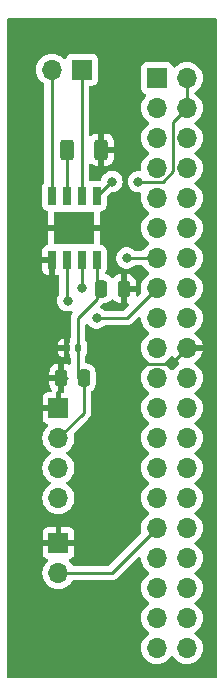
<source format=gbr>
%TF.GenerationSoftware,KiCad,Pcbnew,7.0.10*%
%TF.CreationDate,2024-01-20T20:35:46-05:00*%
%TF.ProjectId,zuul,7a75756c-2e6b-4696-9361-645f70636258,rev?*%
%TF.SameCoordinates,Original*%
%TF.FileFunction,Copper,L1,Top*%
%TF.FilePolarity,Positive*%
%FSLAX46Y46*%
G04 Gerber Fmt 4.6, Leading zero omitted, Abs format (unit mm)*
G04 Created by KiCad (PCBNEW 7.0.10) date 2024-01-20 20:35:46*
%MOMM*%
%LPD*%
G01*
G04 APERTURE LIST*
G04 Aperture macros list*
%AMRoundRect*
0 Rectangle with rounded corners*
0 $1 Rounding radius*
0 $2 $3 $4 $5 $6 $7 $8 $9 X,Y pos of 4 corners*
0 Add a 4 corners polygon primitive as box body*
4,1,4,$2,$3,$4,$5,$6,$7,$8,$9,$2,$3,0*
0 Add four circle primitives for the rounded corners*
1,1,$1+$1,$2,$3*
1,1,$1+$1,$4,$5*
1,1,$1+$1,$6,$7*
1,1,$1+$1,$8,$9*
0 Add four rect primitives between the rounded corners*
20,1,$1+$1,$2,$3,$4,$5,0*
20,1,$1+$1,$4,$5,$6,$7,0*
20,1,$1+$1,$6,$7,$8,$9,0*
20,1,$1+$1,$8,$9,$2,$3,0*%
G04 Aperture macros list end*
%TA.AperFunction,SMDPad,CuDef*%
%ADD10RoundRect,0.250000X0.250000X0.475000X-0.250000X0.475000X-0.250000X-0.475000X0.250000X-0.475000X0*%
%TD*%
%TA.AperFunction,SMDPad,CuDef*%
%ADD11R,0.650000X1.525000*%
%TD*%
%TA.AperFunction,SMDPad,CuDef*%
%ADD12R,3.400000X2.710000*%
%TD*%
%TA.AperFunction,SMDPad,CuDef*%
%ADD13RoundRect,0.250000X-0.312500X-0.625000X0.312500X-0.625000X0.312500X0.625000X-0.312500X0.625000X0*%
%TD*%
%TA.AperFunction,SMDPad,CuDef*%
%ADD14RoundRect,0.250000X-0.250000X-0.475000X0.250000X-0.475000X0.250000X0.475000X-0.250000X0.475000X0*%
%TD*%
%TA.AperFunction,SMDPad,CuDef*%
%ADD15RoundRect,0.140000X0.140000X0.170000X-0.140000X0.170000X-0.140000X-0.170000X0.140000X-0.170000X0*%
%TD*%
%TA.AperFunction,ComponentPad*%
%ADD16R,1.700000X1.700000*%
%TD*%
%TA.AperFunction,ComponentPad*%
%ADD17O,1.700000X1.700000*%
%TD*%
%TA.AperFunction,ViaPad*%
%ADD18C,0.800000*%
%TD*%
%TA.AperFunction,Conductor*%
%ADD19C,0.250000*%
%TD*%
G04 APERTURE END LIST*
D10*
%TO.P,C2,1*%
%TO.N,VCC*%
X34450000Y-55880000D03*
%TO.P,C2,2*%
%TO.N,GND*%
X32550000Y-55880000D03*
%TD*%
D11*
%TO.P,IC1,1,GND*%
%TO.N,GND*%
X31750000Y-45892000D03*
%TO.P,IC1,2,IN2*%
%TO.N,/MOTOR_FORWARD*%
X33020000Y-45892000D03*
%TO.P,IC1,3,IN1*%
%TO.N,/MOTOR_BACKWARD*%
X34290000Y-45892000D03*
%TO.P,IC1,4,VREF*%
%TO.N,VCC*%
X35560000Y-45892000D03*
%TO.P,IC1,5,VM*%
X35560000Y-40468000D03*
%TO.P,IC1,6,OUT1*%
%TO.N,/MOTOR_F_OUT*%
X34290000Y-40468000D03*
%TO.P,IC1,7,ISEN*%
%TO.N,Net-(IC1-ISEN)*%
X33020000Y-40468000D03*
%TO.P,IC1,8,OUT2*%
%TO.N,/MOTOR_R_OUT*%
X31750000Y-40468000D03*
D12*
%TO.P,IC1,9,THERMAL_PAD*%
%TO.N,GND*%
X33655000Y-43180000D03*
%TD*%
D13*
%TO.P,R1,1*%
%TO.N,Net-(IC1-ISEN)*%
X33014084Y-36563709D03*
%TO.P,R1,2*%
%TO.N,GND*%
X35939084Y-36563709D03*
%TD*%
D14*
%TO.P,C3,1*%
%TO.N,VCC*%
X35950725Y-48328534D03*
%TO.P,C3,2*%
%TO.N,GND*%
X37850725Y-48328534D03*
%TD*%
D15*
%TO.P,C1,1*%
%TO.N,VCC*%
X33972285Y-53340000D03*
%TO.P,C1,2*%
%TO.N,GND*%
X33012285Y-53340000D03*
%TD*%
D16*
%TO.P,J3,1,Pin_1*%
%TO.N,GND*%
X32315000Y-58420000D03*
D17*
%TO.P,J3,2,Pin_2*%
%TO.N,VCC*%
X32315000Y-60960000D03*
%TO.P,J3,3,Pin_3*%
%TO.N,/RXD*%
X32315000Y-63500000D03*
%TO.P,J3,4,Pin_4*%
%TO.N,/TXD*%
X32315000Y-66040000D03*
%TD*%
D16*
%TO.P,J2,1,Pin_1*%
%TO.N,/MOTOR_F_OUT*%
X34295000Y-29775000D03*
D17*
%TO.P,J2,2,Pin_2*%
%TO.N,/MOTOR_R_OUT*%
X31755000Y-29775000D03*
%TD*%
D16*
%TO.P,J4,1,Pin_1*%
%TO.N,GND*%
X32315000Y-69845000D03*
D17*
%TO.P,J4,2,Pin_2*%
%TO.N,/LED_GPIO*%
X32315000Y-72385000D03*
%TD*%
D16*
%TO.P,J1,1,3V3*%
%TO.N,unconnected-(J1-3V3-Pad1)*%
X40640000Y-30480000D03*
D17*
%TO.P,J1,2,5V*%
%TO.N,VCC*%
X43180000Y-30480000D03*
%TO.P,J1,3,SDA/GPIO2*%
%TO.N,unconnected-(J1-SDA{slash}GPIO2-Pad3)*%
X40640000Y-33020000D03*
%TO.P,J1,4,5V*%
%TO.N,VCC*%
X43180000Y-33020000D03*
%TO.P,J1,5,SCL/GPIO3*%
%TO.N,unconnected-(J1-SCL{slash}GPIO3-Pad5)*%
X40640000Y-35560000D03*
%TO.P,J1,6,GND*%
%TO.N,unconnected-(J1-GND-Pad6)*%
X43180000Y-35560000D03*
%TO.P,J1,7,GCLK0/GPIO4*%
%TO.N,unconnected-(J1-GCLK0{slash}GPIO4-Pad7)*%
X40640000Y-38100000D03*
%TO.P,J1,8,GPIO14/TXD*%
%TO.N,/TXD*%
X43180000Y-38100000D03*
%TO.P,J1,9,GND*%
%TO.N,unconnected-(J1-GND-Pad9)*%
X40640000Y-40640000D03*
%TO.P,J1,10,GPIO15/RXD*%
%TO.N,/RXD*%
X43180000Y-40640000D03*
%TO.P,J1,11,GPIO17*%
%TO.N,unconnected-(J1-GPIO17-Pad11)*%
X40640000Y-43180000D03*
%TO.P,J1,12,GPIO18/PWM0*%
%TO.N,unconnected-(J1-GPIO18{slash}PWM0-Pad12)*%
X43180000Y-43180000D03*
%TO.P,J1,13,GPIO27*%
%TO.N,/MOTOR_BACKWARD*%
X40640000Y-45720000D03*
%TO.P,J1,14,GND*%
%TO.N,unconnected-(J1-GND-Pad14)*%
X43180000Y-45720000D03*
%TO.P,J1,15,GPIO22*%
%TO.N,/MOTOR_FORWARD*%
X40640000Y-48260000D03*
%TO.P,J1,16,GPIO23*%
%TO.N,unconnected-(J1-GPIO23-Pad16)*%
X43180000Y-48260000D03*
%TO.P,J1,17,3V3*%
%TO.N,unconnected-(J1-3V3-Pad17)*%
X40640000Y-50800000D03*
%TO.P,J1,18,GPIO24*%
%TO.N,unconnected-(J1-GPIO24-Pad18)*%
X43180000Y-50800000D03*
%TO.P,J1,19,MOSI0/GPIO10*%
%TO.N,unconnected-(J1-MOSI0{slash}GPIO10-Pad19)*%
X40640000Y-53340000D03*
%TO.P,J1,20,GND*%
%TO.N,GND*%
X43180000Y-53340000D03*
%TO.P,J1,21,MISO0/GPIO9*%
%TO.N,unconnected-(J1-MISO0{slash}GPIO9-Pad21)*%
X40640000Y-55880000D03*
%TO.P,J1,22,GPIO25*%
%TO.N,unconnected-(J1-GPIO25-Pad22)*%
X43180000Y-55880000D03*
%TO.P,J1,23,SCLK0/GPIO11*%
%TO.N,unconnected-(J1-SCLK0{slash}GPIO11-Pad23)*%
X40640000Y-58420000D03*
%TO.P,J1,24,~{CE0}/GPIO8*%
%TO.N,unconnected-(J1-~{CE0}{slash}GPIO8-Pad24)*%
X43180000Y-58420000D03*
%TO.P,J1,25,GND*%
%TO.N,unconnected-(J1-GND-Pad25)*%
X40640000Y-60960000D03*
%TO.P,J1,26,~{CE1}/GPIO7*%
%TO.N,unconnected-(J1-~{CE1}{slash}GPIO7-Pad26)*%
X43180000Y-60960000D03*
%TO.P,J1,27,ID_SD/GPIO0*%
%TO.N,unconnected-(J1-ID_SD{slash}GPIO0-Pad27)*%
X40640000Y-63500000D03*
%TO.P,J1,28,ID_SC/GPIO1*%
%TO.N,unconnected-(J1-ID_SC{slash}GPIO1-Pad28)*%
X43180000Y-63500000D03*
%TO.P,J1,29,GCLK1/GPIO5*%
%TO.N,unconnected-(J1-GCLK1{slash}GPIO5-Pad29)*%
X40640000Y-66040000D03*
%TO.P,J1,30,GND*%
%TO.N,unconnected-(J1-GND-Pad30)*%
X43180000Y-66040000D03*
%TO.P,J1,31,GCLK2/GPIO6*%
%TO.N,/LED_GPIO*%
X40640000Y-68580000D03*
%TO.P,J1,32,PWM0/GPIO12*%
%TO.N,unconnected-(J1-PWM0{slash}GPIO12-Pad32)*%
X43180000Y-68580000D03*
%TO.P,J1,33,PWM1/GPIO13*%
%TO.N,unconnected-(J1-PWM1{slash}GPIO13-Pad33)*%
X40640000Y-71120000D03*
%TO.P,J1,34,GND*%
%TO.N,unconnected-(J1-GND-Pad34)*%
X43180000Y-71120000D03*
%TO.P,J1,35,GPIO19/MISO1*%
%TO.N,unconnected-(J1-GPIO19{slash}MISO1-Pad35)*%
X40640000Y-73660000D03*
%TO.P,J1,36,GPIO16*%
%TO.N,unconnected-(J1-GPIO16-Pad36)*%
X43180000Y-73660000D03*
%TO.P,J1,37,GPIO26*%
%TO.N,unconnected-(J1-GPIO26-Pad37)*%
X40640000Y-76200000D03*
%TO.P,J1,38,GPIO20/MOSI1*%
%TO.N,unconnected-(J1-GPIO20{slash}MOSI1-Pad38)*%
X43180000Y-76200000D03*
%TO.P,J1,39,GND*%
%TO.N,unconnected-(J1-GND-Pad39)*%
X40640000Y-78740000D03*
%TO.P,J1,40,GPIO21/SCLK1*%
%TO.N,unconnected-(J1-GPIO21{slash}SCLK1-Pad40)*%
X43180000Y-78740000D03*
%TD*%
D18*
%TO.N,/MOTOR_FORWARD*%
X35560000Y-50800000D03*
X33079203Y-49349409D03*
%TO.N,/MOTOR_BACKWARD*%
X38100000Y-45720000D03*
X34322476Y-48295587D03*
%TO.N,VCC*%
X39086724Y-39268453D03*
X36834519Y-39251178D03*
%TD*%
D19*
%TO.N,VCC*%
X33972285Y-50800000D02*
X33972285Y-53340000D01*
X34450000Y-58825000D02*
X34450000Y-55880000D01*
%TO.N,GND*%
X33012285Y-55872285D02*
X33020000Y-55880000D01*
X41815000Y-54705000D02*
X39275000Y-54705000D01*
X43180000Y-53340000D02*
X41815000Y-54705000D01*
%TO.N,/MOTOR_FORWARD*%
X33020000Y-49290206D02*
X33079203Y-49349409D01*
X40640000Y-48260000D02*
X38100000Y-50800000D01*
X33020000Y-45892000D02*
X33020000Y-49290206D01*
X38100000Y-50800000D02*
X35560000Y-50800000D01*
%TO.N,/MOTOR_BACKWARD*%
X34290000Y-48263111D02*
X34322476Y-48295587D01*
X34290000Y-45892000D02*
X34290000Y-48263111D01*
X38100000Y-45720000D02*
X40640000Y-45720000D01*
%TO.N,VCC*%
X41126701Y-39275000D02*
X41083912Y-39317789D01*
X36834519Y-39251178D02*
X36834519Y-39193481D01*
X43180000Y-30480000D02*
X43180000Y-33020000D01*
X33980000Y-55880000D02*
X33972285Y-55872285D01*
X39086724Y-39268453D02*
X39136060Y-39317789D01*
X42005000Y-34195000D02*
X42005000Y-38396701D01*
X35560000Y-49212285D02*
X35560000Y-45892000D01*
X33972285Y-55872285D02*
X33972285Y-53340000D01*
X33972285Y-50800000D02*
X35560000Y-49212285D01*
X43180000Y-33020000D02*
X42005000Y-34195000D01*
X36753000Y-39275000D02*
X36776822Y-39251178D01*
X36834519Y-39193481D02*
X35560000Y-40468000D01*
X41083912Y-39317789D02*
X39086724Y-39268453D01*
X34450000Y-58825000D02*
X32315000Y-60960000D01*
X34570095Y-55759905D02*
X34450000Y-55880000D01*
X42005000Y-38396701D02*
X41126701Y-39275000D01*
X36776822Y-39251178D02*
X36834519Y-39251178D01*
%TO.N,/MOTOR_F_OUT*%
X34295000Y-40463000D02*
X34290000Y-40468000D01*
X34295000Y-29775000D02*
X34295000Y-40463000D01*
%TO.N,Net-(IC1-ISEN)*%
X33020000Y-36569625D02*
X33020000Y-40468000D01*
X33014084Y-36563709D02*
X33020000Y-36569625D01*
%TO.N,/MOTOR_R_OUT*%
X31755000Y-38915000D02*
X31755000Y-29775000D01*
X31750000Y-40468000D02*
X31750000Y-38920000D01*
X31755000Y-40463000D02*
X31750000Y-40468000D01*
X31750000Y-38920000D02*
X31755000Y-38915000D01*
%TO.N,/LED_GPIO*%
X40640000Y-68580000D02*
X36835000Y-72385000D01*
X36835000Y-72385000D02*
X32315000Y-72385000D01*
%TD*%
%TA.AperFunction,Conductor*%
%TO.N,GND*%
G36*
X41995160Y-54006110D02*
G01*
X42011879Y-54025405D01*
X42141890Y-54211078D01*
X42308917Y-54378105D01*
X42494595Y-54508119D01*
X42538219Y-54562696D01*
X42545412Y-54632195D01*
X42513890Y-54694549D01*
X42494595Y-54711269D01*
X42308594Y-54841508D01*
X42141505Y-55008597D01*
X42011575Y-55194158D01*
X41956998Y-55237783D01*
X41887500Y-55244977D01*
X41825145Y-55213454D01*
X41808425Y-55194158D01*
X41678494Y-55008597D01*
X41511402Y-54841506D01*
X41511396Y-54841501D01*
X41325842Y-54711575D01*
X41282217Y-54656998D01*
X41275023Y-54587500D01*
X41306546Y-54525145D01*
X41325842Y-54508425D01*
X41348026Y-54492891D01*
X41511401Y-54378495D01*
X41678495Y-54211401D01*
X41808730Y-54025405D01*
X41863307Y-53981781D01*
X41932805Y-53974587D01*
X41995160Y-54006110D01*
G37*
%TD.AperFunction*%
%TA.AperFunction,Conductor*%
G36*
X45662539Y-25420185D02*
G01*
X45708294Y-25472989D01*
X45719500Y-25524500D01*
X45719500Y-81155500D01*
X45699815Y-81222539D01*
X45647011Y-81268294D01*
X45595500Y-81279500D01*
X28064500Y-81279500D01*
X27997461Y-81259815D01*
X27951706Y-81207011D01*
X27940500Y-81155500D01*
X27940500Y-55630000D01*
X31550000Y-55630000D01*
X32300000Y-55630000D01*
X32300000Y-54655000D01*
X32299999Y-54654999D01*
X32250029Y-54655000D01*
X32250011Y-54655001D01*
X32147302Y-54665494D01*
X31980880Y-54720641D01*
X31980875Y-54720643D01*
X31831654Y-54812684D01*
X31707684Y-54936654D01*
X31615643Y-55085875D01*
X31615641Y-55085880D01*
X31560494Y-55252302D01*
X31560493Y-55252309D01*
X31550000Y-55355013D01*
X31550000Y-55630000D01*
X27940500Y-55630000D01*
X27940500Y-53590000D01*
X32233495Y-53590000D01*
X32235139Y-53610910D01*
X32280253Y-53766195D01*
X32362563Y-53905374D01*
X32362570Y-53905383D01*
X32476901Y-54019714D01*
X32476910Y-54019721D01*
X32616089Y-54102031D01*
X32762285Y-54144504D01*
X32762285Y-53590000D01*
X32233495Y-53590000D01*
X27940500Y-53590000D01*
X27940500Y-53089999D01*
X32233494Y-53089999D01*
X32233495Y-53090000D01*
X32762285Y-53090000D01*
X32762285Y-52535494D01*
X32762283Y-52535493D01*
X32616094Y-52577965D01*
X32616091Y-52577967D01*
X32476910Y-52660278D01*
X32476901Y-52660285D01*
X32362570Y-52774616D01*
X32362563Y-52774625D01*
X32280253Y-52913804D01*
X32280251Y-52913809D01*
X32235140Y-53069081D01*
X32235139Y-53069087D01*
X32233494Y-53089999D01*
X27940500Y-53089999D01*
X27940500Y-46142000D01*
X30925000Y-46142000D01*
X30925000Y-46702344D01*
X30931401Y-46761872D01*
X30931403Y-46761879D01*
X30981645Y-46896586D01*
X30981649Y-46896593D01*
X31067809Y-47011687D01*
X31067812Y-47011690D01*
X31182906Y-47097850D01*
X31182913Y-47097854D01*
X31317620Y-47148096D01*
X31317627Y-47148098D01*
X31377155Y-47154499D01*
X31377172Y-47154500D01*
X31500000Y-47154500D01*
X31500000Y-46142000D01*
X30925000Y-46142000D01*
X27940500Y-46142000D01*
X27940500Y-45642000D01*
X30925000Y-45642000D01*
X31876000Y-45642000D01*
X31943039Y-45661685D01*
X31988794Y-45714489D01*
X32000000Y-45766000D01*
X32000000Y-47154500D01*
X32122828Y-47154500D01*
X32122844Y-47154499D01*
X32182372Y-47148098D01*
X32182377Y-47148097D01*
X32227164Y-47131392D01*
X32296856Y-47126406D01*
X32358180Y-47159890D01*
X32391666Y-47221213D01*
X32394500Y-47247573D01*
X32394500Y-48716472D01*
X32374815Y-48783511D01*
X32362651Y-48799443D01*
X32346673Y-48817187D01*
X32346668Y-48817194D01*
X32252024Y-48981124D01*
X32252021Y-48981131D01*
X32193530Y-49161149D01*
X32193529Y-49161153D01*
X32173743Y-49349409D01*
X32193529Y-49537665D01*
X32193530Y-49537668D01*
X32252021Y-49717686D01*
X32252024Y-49717693D01*
X32346670Y-49881625D01*
X32467526Y-50015849D01*
X32473332Y-50022297D01*
X32626468Y-50133557D01*
X32626473Y-50133560D01*
X32799395Y-50210551D01*
X32799400Y-50210553D01*
X32984557Y-50249909D01*
X32984558Y-50249909D01*
X33173847Y-50249909D01*
X33173849Y-50249909D01*
X33321587Y-50218506D01*
X33357708Y-50210829D01*
X33427375Y-50216145D01*
X33483109Y-50258282D01*
X33507214Y-50323862D01*
X33492037Y-50392064D01*
X33473883Y-50417001D01*
X33462222Y-50429418D01*
X33462221Y-50429420D01*
X33452569Y-50446976D01*
X33441895Y-50463226D01*
X33429614Y-50479061D01*
X33429609Y-50479068D01*
X33412260Y-50519158D01*
X33407123Y-50529644D01*
X33386088Y-50567906D01*
X33381107Y-50587307D01*
X33374806Y-50605710D01*
X33366847Y-50624102D01*
X33366846Y-50624105D01*
X33360013Y-50667243D01*
X33357645Y-50678674D01*
X33346786Y-50720971D01*
X33346785Y-50720982D01*
X33346785Y-50741016D01*
X33345258Y-50760415D01*
X33342125Y-50780194D01*
X33342125Y-50780195D01*
X33346235Y-50823674D01*
X33346785Y-50835343D01*
X33346785Y-52410090D01*
X33327100Y-52477129D01*
X33297238Y-52509251D01*
X33262285Y-52535494D01*
X33262285Y-52841645D01*
X33245019Y-52904763D01*
X33239792Y-52913600D01*
X33239789Y-52913608D01*
X33194642Y-53069002D01*
X33194641Y-53069008D01*
X33191785Y-53105302D01*
X33191785Y-53574697D01*
X33194641Y-53610991D01*
X33194642Y-53610997D01*
X33239788Y-53766389D01*
X33239790Y-53766393D01*
X33239791Y-53766395D01*
X33245017Y-53775233D01*
X33262285Y-53838352D01*
X33262285Y-54144504D01*
X33297237Y-54170747D01*
X33339028Y-54226740D01*
X33346785Y-54269908D01*
X33346785Y-54638891D01*
X33327100Y-54705930D01*
X33274296Y-54751685D01*
X33205138Y-54761629D01*
X33157689Y-54744430D01*
X33119128Y-54720645D01*
X33119119Y-54720641D01*
X32952697Y-54665494D01*
X32952690Y-54665493D01*
X32849986Y-54655000D01*
X32800000Y-54655000D01*
X32800000Y-57024000D01*
X32780315Y-57091039D01*
X32727511Y-57136794D01*
X32676000Y-57148000D01*
X32565000Y-57148000D01*
X32565000Y-57984498D01*
X32457315Y-57935320D01*
X32350763Y-57920000D01*
X32279237Y-57920000D01*
X32172685Y-57935320D01*
X32065000Y-57984498D01*
X32065000Y-57151000D01*
X32084685Y-57083961D01*
X32137489Y-57038206D01*
X32189000Y-57027000D01*
X32300000Y-57027000D01*
X32300000Y-56130000D01*
X31550001Y-56130000D01*
X31550001Y-56404986D01*
X31560494Y-56507697D01*
X31615641Y-56674119D01*
X31615643Y-56674124D01*
X31707684Y-56823345D01*
X31742658Y-56858319D01*
X31776143Y-56919642D01*
X31771159Y-56989334D01*
X31729287Y-57045267D01*
X31663823Y-57069684D01*
X31654977Y-57070000D01*
X31417155Y-57070000D01*
X31357627Y-57076401D01*
X31357620Y-57076403D01*
X31222913Y-57126645D01*
X31222906Y-57126649D01*
X31107812Y-57212809D01*
X31107809Y-57212812D01*
X31021649Y-57327906D01*
X31021645Y-57327913D01*
X30971403Y-57462620D01*
X30971401Y-57462627D01*
X30965000Y-57522155D01*
X30965000Y-58170000D01*
X31881314Y-58170000D01*
X31855507Y-58210156D01*
X31815000Y-58348111D01*
X31815000Y-58491889D01*
X31855507Y-58629844D01*
X31881314Y-58670000D01*
X30965000Y-58670000D01*
X30965000Y-59317844D01*
X30971401Y-59377372D01*
X30971403Y-59377379D01*
X31021645Y-59512086D01*
X31021649Y-59512093D01*
X31107809Y-59627187D01*
X31107812Y-59627190D01*
X31222906Y-59713350D01*
X31222913Y-59713354D01*
X31354470Y-59762421D01*
X31410403Y-59804292D01*
X31434821Y-59869756D01*
X31419970Y-59938029D01*
X31398819Y-59966284D01*
X31276503Y-60088600D01*
X31140965Y-60282169D01*
X31140964Y-60282171D01*
X31041098Y-60496335D01*
X31041094Y-60496344D01*
X30979938Y-60724586D01*
X30979936Y-60724596D01*
X30959341Y-60959999D01*
X30959341Y-60960000D01*
X30979936Y-61195403D01*
X30979938Y-61195413D01*
X31041094Y-61423655D01*
X31041096Y-61423659D01*
X31041097Y-61423663D01*
X31045000Y-61432032D01*
X31140965Y-61637830D01*
X31140967Y-61637834D01*
X31249281Y-61792521D01*
X31276501Y-61831396D01*
X31276506Y-61831402D01*
X31443597Y-61998493D01*
X31443603Y-61998498D01*
X31629158Y-62128425D01*
X31672783Y-62183002D01*
X31679977Y-62252500D01*
X31648454Y-62314855D01*
X31629158Y-62331575D01*
X31443597Y-62461505D01*
X31276505Y-62628597D01*
X31140965Y-62822169D01*
X31140964Y-62822171D01*
X31041098Y-63036335D01*
X31041094Y-63036344D01*
X30979938Y-63264586D01*
X30979936Y-63264596D01*
X30959341Y-63499999D01*
X30959341Y-63500000D01*
X30979936Y-63735403D01*
X30979938Y-63735413D01*
X31041094Y-63963655D01*
X31041096Y-63963659D01*
X31041097Y-63963663D01*
X31045000Y-63972032D01*
X31140965Y-64177830D01*
X31140967Y-64177834D01*
X31249281Y-64332521D01*
X31276501Y-64371396D01*
X31276506Y-64371402D01*
X31443597Y-64538493D01*
X31443603Y-64538498D01*
X31629158Y-64668425D01*
X31672783Y-64723002D01*
X31679977Y-64792500D01*
X31648454Y-64854855D01*
X31629158Y-64871575D01*
X31443597Y-65001505D01*
X31276505Y-65168597D01*
X31140965Y-65362169D01*
X31140964Y-65362171D01*
X31041098Y-65576335D01*
X31041094Y-65576344D01*
X30979938Y-65804586D01*
X30979936Y-65804596D01*
X30959341Y-66039999D01*
X30959341Y-66040000D01*
X30979936Y-66275403D01*
X30979938Y-66275413D01*
X31041094Y-66503655D01*
X31041096Y-66503659D01*
X31041097Y-66503663D01*
X31045000Y-66512032D01*
X31140965Y-66717830D01*
X31140967Y-66717834D01*
X31249281Y-66872521D01*
X31276505Y-66911401D01*
X31443599Y-67078495D01*
X31540384Y-67146265D01*
X31637165Y-67214032D01*
X31637167Y-67214033D01*
X31637170Y-67214035D01*
X31851337Y-67313903D01*
X32079592Y-67375063D01*
X32267918Y-67391539D01*
X32314999Y-67395659D01*
X32315000Y-67395659D01*
X32315001Y-67395659D01*
X32354234Y-67392226D01*
X32550408Y-67375063D01*
X32778663Y-67313903D01*
X32992830Y-67214035D01*
X33186401Y-67078495D01*
X33353495Y-66911401D01*
X33489035Y-66717830D01*
X33588903Y-66503663D01*
X33650063Y-66275408D01*
X33670659Y-66040000D01*
X33650063Y-65804592D01*
X33588903Y-65576337D01*
X33489035Y-65362171D01*
X33483425Y-65354158D01*
X33353494Y-65168597D01*
X33186402Y-65001506D01*
X33186396Y-65001501D01*
X33000842Y-64871575D01*
X32957217Y-64816998D01*
X32950023Y-64747500D01*
X32981546Y-64685145D01*
X33000842Y-64668425D01*
X33023026Y-64652891D01*
X33186401Y-64538495D01*
X33353495Y-64371401D01*
X33489035Y-64177830D01*
X33588903Y-63963663D01*
X33650063Y-63735408D01*
X33670659Y-63500000D01*
X33650063Y-63264592D01*
X33588903Y-63036337D01*
X33489035Y-62822171D01*
X33483425Y-62814158D01*
X33353494Y-62628597D01*
X33186402Y-62461506D01*
X33186396Y-62461501D01*
X33000842Y-62331575D01*
X32957217Y-62276998D01*
X32950023Y-62207500D01*
X32981546Y-62145145D01*
X33000842Y-62128425D01*
X33023026Y-62112891D01*
X33186401Y-61998495D01*
X33353495Y-61831401D01*
X33489035Y-61637830D01*
X33588903Y-61423663D01*
X33650063Y-61195408D01*
X33670659Y-60960000D01*
X33650063Y-60724592D01*
X33623143Y-60624125D01*
X33624806Y-60554276D01*
X33655235Y-60504353D01*
X34833787Y-59325802D01*
X34846042Y-59315986D01*
X34845859Y-59315764D01*
X34851868Y-59310791D01*
X34851877Y-59310786D01*
X34897949Y-59261722D01*
X34900566Y-59259023D01*
X34920120Y-59239471D01*
X34922576Y-59236303D01*
X34930156Y-59227427D01*
X34960062Y-59195582D01*
X34969715Y-59178020D01*
X34980389Y-59161770D01*
X34992673Y-59145936D01*
X35010023Y-59105842D01*
X35015157Y-59095362D01*
X35036196Y-59057093D01*
X35036197Y-59057092D01*
X35041177Y-59037691D01*
X35047478Y-59019288D01*
X35055438Y-59000896D01*
X35062272Y-58957741D01*
X35064635Y-58946331D01*
X35075500Y-58904019D01*
X35075500Y-58883983D01*
X35077027Y-58864582D01*
X35080160Y-58844804D01*
X35076050Y-58801324D01*
X35075500Y-58789655D01*
X35075500Y-57074377D01*
X35095185Y-57007338D01*
X35134406Y-56968837D01*
X35168654Y-56947713D01*
X35168653Y-56947713D01*
X35168656Y-56947712D01*
X35292712Y-56823656D01*
X35384814Y-56674334D01*
X35439999Y-56507797D01*
X35450500Y-56405009D01*
X35450499Y-55354992D01*
X35439999Y-55252203D01*
X35384814Y-55085666D01*
X35292712Y-54936344D01*
X35168656Y-54812288D01*
X35058640Y-54744430D01*
X35019336Y-54720187D01*
X35019331Y-54720185D01*
X35017862Y-54719698D01*
X34852797Y-54665001D01*
X34852795Y-54665000D01*
X34750016Y-54654500D01*
X34750009Y-54654500D01*
X34721785Y-54654500D01*
X34654746Y-54634815D01*
X34608991Y-54582011D01*
X34597785Y-54530500D01*
X34597785Y-53979878D01*
X34617470Y-53912839D01*
X34621765Y-53906763D01*
X34622400Y-53905688D01*
X34622402Y-53905687D01*
X34704779Y-53766395D01*
X34749928Y-53610993D01*
X34752785Y-53574690D01*
X34752785Y-53105310D01*
X34749928Y-53069007D01*
X34704779Y-52913605D01*
X34622402Y-52774313D01*
X34618431Y-52767598D01*
X34620074Y-52766626D01*
X34598269Y-52711070D01*
X34597785Y-52700121D01*
X34597785Y-51397169D01*
X34617470Y-51330130D01*
X34670274Y-51284375D01*
X34739432Y-51274431D01*
X34802988Y-51303456D01*
X34822859Y-51327526D01*
X34823645Y-51326956D01*
X34827465Y-51332214D01*
X34954129Y-51472888D01*
X35107265Y-51584148D01*
X35107270Y-51584151D01*
X35280192Y-51661142D01*
X35280197Y-51661144D01*
X35465354Y-51700500D01*
X35465355Y-51700500D01*
X35654644Y-51700500D01*
X35654646Y-51700500D01*
X35839803Y-51661144D01*
X36012730Y-51584151D01*
X36165871Y-51472888D01*
X36168788Y-51469647D01*
X36171600Y-51466526D01*
X36231087Y-51429879D01*
X36263748Y-51425500D01*
X38017257Y-51425500D01*
X38032877Y-51427224D01*
X38032904Y-51426939D01*
X38040660Y-51427671D01*
X38040667Y-51427673D01*
X38107873Y-51425561D01*
X38111768Y-51425500D01*
X38139346Y-51425500D01*
X38139350Y-51425500D01*
X38143324Y-51424997D01*
X38154963Y-51424080D01*
X38198627Y-51422709D01*
X38217869Y-51417117D01*
X38236912Y-51413174D01*
X38256792Y-51410664D01*
X38297401Y-51394585D01*
X38308444Y-51390803D01*
X38350390Y-51378618D01*
X38367629Y-51368422D01*
X38385103Y-51359862D01*
X38403727Y-51352488D01*
X38403727Y-51352487D01*
X38403732Y-51352486D01*
X38439083Y-51326800D01*
X38448814Y-51320408D01*
X38486420Y-51298170D01*
X38500589Y-51283999D01*
X38515379Y-51271368D01*
X38531587Y-51259594D01*
X38559438Y-51225926D01*
X38567279Y-51217309D01*
X39072661Y-50711928D01*
X39133983Y-50678444D01*
X39203675Y-50683428D01*
X39259608Y-50725300D01*
X39284025Y-50790764D01*
X39284341Y-50799610D01*
X39284341Y-50800000D01*
X39304936Y-51035403D01*
X39304938Y-51035413D01*
X39366094Y-51263655D01*
X39366096Y-51263659D01*
X39366097Y-51263663D01*
X39442234Y-51426939D01*
X39465965Y-51477830D01*
X39465967Y-51477834D01*
X39540412Y-51584151D01*
X39601501Y-51671396D01*
X39601506Y-51671402D01*
X39768597Y-51838493D01*
X39768603Y-51838498D01*
X39954158Y-51968425D01*
X39997783Y-52023002D01*
X40004977Y-52092500D01*
X39973454Y-52154855D01*
X39954158Y-52171575D01*
X39768597Y-52301505D01*
X39601505Y-52468597D01*
X39465965Y-52662169D01*
X39465964Y-52662171D01*
X39366098Y-52876335D01*
X39366094Y-52876344D01*
X39304938Y-53104586D01*
X39304936Y-53104596D01*
X39284341Y-53339999D01*
X39284341Y-53340000D01*
X39304936Y-53575403D01*
X39304938Y-53575413D01*
X39366094Y-53803655D01*
X39366096Y-53803659D01*
X39366097Y-53803663D01*
X39448268Y-53979878D01*
X39465965Y-54017830D01*
X39465967Y-54017834D01*
X39524923Y-54102031D01*
X39601501Y-54211396D01*
X39601506Y-54211402D01*
X39768597Y-54378493D01*
X39768603Y-54378498D01*
X39954158Y-54508425D01*
X39997783Y-54563002D01*
X40004977Y-54632500D01*
X39973454Y-54694855D01*
X39954158Y-54711575D01*
X39768597Y-54841505D01*
X39601505Y-55008597D01*
X39465965Y-55202169D01*
X39465964Y-55202171D01*
X39366098Y-55416335D01*
X39366094Y-55416344D01*
X39304938Y-55644586D01*
X39304936Y-55644596D01*
X39284341Y-55879999D01*
X39284341Y-55880000D01*
X39304936Y-56115403D01*
X39304938Y-56115413D01*
X39366094Y-56343655D01*
X39366096Y-56343659D01*
X39366097Y-56343663D01*
X39442588Y-56507697D01*
X39465965Y-56557830D01*
X39465967Y-56557834D01*
X39547395Y-56674124D01*
X39601501Y-56751396D01*
X39601506Y-56751402D01*
X39768597Y-56918493D01*
X39768603Y-56918498D01*
X39954158Y-57048425D01*
X39997783Y-57103002D01*
X40004977Y-57172500D01*
X39973454Y-57234855D01*
X39954158Y-57251575D01*
X39768597Y-57381505D01*
X39601505Y-57548597D01*
X39465965Y-57742169D01*
X39465964Y-57742171D01*
X39366098Y-57956335D01*
X39366094Y-57956344D01*
X39304938Y-58184586D01*
X39304936Y-58184596D01*
X39284341Y-58419999D01*
X39284341Y-58420000D01*
X39304936Y-58655403D01*
X39304938Y-58655413D01*
X39366094Y-58883655D01*
X39366096Y-58883659D01*
X39366097Y-58883663D01*
X39433515Y-59028240D01*
X39465965Y-59097830D01*
X39465967Y-59097834D01*
X39534412Y-59195583D01*
X39601501Y-59291396D01*
X39601506Y-59291402D01*
X39768597Y-59458493D01*
X39768603Y-59458498D01*
X39954158Y-59588425D01*
X39997783Y-59643002D01*
X40004977Y-59712500D01*
X39973454Y-59774855D01*
X39954158Y-59791575D01*
X39768597Y-59921505D01*
X39601505Y-60088597D01*
X39465965Y-60282169D01*
X39465964Y-60282171D01*
X39366098Y-60496335D01*
X39366094Y-60496344D01*
X39304938Y-60724586D01*
X39304936Y-60724596D01*
X39284341Y-60959999D01*
X39284341Y-60960000D01*
X39304936Y-61195403D01*
X39304938Y-61195413D01*
X39366094Y-61423655D01*
X39366096Y-61423659D01*
X39366097Y-61423663D01*
X39370000Y-61432032D01*
X39465965Y-61637830D01*
X39465967Y-61637834D01*
X39574281Y-61792521D01*
X39601501Y-61831396D01*
X39601506Y-61831402D01*
X39768597Y-61998493D01*
X39768603Y-61998498D01*
X39954158Y-62128425D01*
X39997783Y-62183002D01*
X40004977Y-62252500D01*
X39973454Y-62314855D01*
X39954158Y-62331575D01*
X39768597Y-62461505D01*
X39601505Y-62628597D01*
X39465965Y-62822169D01*
X39465964Y-62822171D01*
X39366098Y-63036335D01*
X39366094Y-63036344D01*
X39304938Y-63264586D01*
X39304936Y-63264596D01*
X39284341Y-63499999D01*
X39284341Y-63500000D01*
X39304936Y-63735403D01*
X39304938Y-63735413D01*
X39366094Y-63963655D01*
X39366096Y-63963659D01*
X39366097Y-63963663D01*
X39370000Y-63972032D01*
X39465965Y-64177830D01*
X39465967Y-64177834D01*
X39574281Y-64332521D01*
X39601501Y-64371396D01*
X39601506Y-64371402D01*
X39768597Y-64538493D01*
X39768603Y-64538498D01*
X39954158Y-64668425D01*
X39997783Y-64723002D01*
X40004977Y-64792500D01*
X39973454Y-64854855D01*
X39954158Y-64871575D01*
X39768597Y-65001505D01*
X39601505Y-65168597D01*
X39465965Y-65362169D01*
X39465964Y-65362171D01*
X39366098Y-65576335D01*
X39366094Y-65576344D01*
X39304938Y-65804586D01*
X39304936Y-65804596D01*
X39284341Y-66039999D01*
X39284341Y-66040000D01*
X39304936Y-66275403D01*
X39304938Y-66275413D01*
X39366094Y-66503655D01*
X39366096Y-66503659D01*
X39366097Y-66503663D01*
X39370000Y-66512032D01*
X39465965Y-66717830D01*
X39465967Y-66717834D01*
X39574281Y-66872521D01*
X39601501Y-66911396D01*
X39601506Y-66911402D01*
X39768597Y-67078493D01*
X39768603Y-67078498D01*
X39954158Y-67208425D01*
X39997783Y-67263002D01*
X40004977Y-67332500D01*
X39973454Y-67394855D01*
X39954158Y-67411575D01*
X39768597Y-67541505D01*
X39601505Y-67708597D01*
X39465965Y-67902169D01*
X39465964Y-67902171D01*
X39366098Y-68116335D01*
X39366094Y-68116344D01*
X39304938Y-68344586D01*
X39304936Y-68344596D01*
X39284341Y-68579999D01*
X39284341Y-68580000D01*
X39304936Y-68815403D01*
X39304938Y-68815413D01*
X39331856Y-68915872D01*
X39330193Y-68985722D01*
X39299762Y-69035646D01*
X36612228Y-71723181D01*
X36550905Y-71756666D01*
X36524547Y-71759500D01*
X33590227Y-71759500D01*
X33523188Y-71739815D01*
X33488652Y-71706623D01*
X33353496Y-71513600D01*
X33353495Y-71513599D01*
X33231179Y-71391283D01*
X33197696Y-71329963D01*
X33202680Y-71260271D01*
X33244551Y-71204337D01*
X33275529Y-71187422D01*
X33407086Y-71138354D01*
X33407093Y-71138350D01*
X33522187Y-71052190D01*
X33522190Y-71052187D01*
X33608350Y-70937093D01*
X33608354Y-70937086D01*
X33658596Y-70802379D01*
X33658598Y-70802372D01*
X33664999Y-70742844D01*
X33665000Y-70742827D01*
X33665000Y-70095000D01*
X32748686Y-70095000D01*
X32774493Y-70054844D01*
X32815000Y-69916889D01*
X32815000Y-69773111D01*
X32774493Y-69635156D01*
X32748686Y-69595000D01*
X33665000Y-69595000D01*
X33665000Y-68947172D01*
X33664999Y-68947155D01*
X33658598Y-68887627D01*
X33658596Y-68887620D01*
X33608354Y-68752913D01*
X33608350Y-68752906D01*
X33522190Y-68637812D01*
X33522187Y-68637809D01*
X33407093Y-68551649D01*
X33407086Y-68551645D01*
X33272379Y-68501403D01*
X33272372Y-68501401D01*
X33212844Y-68495000D01*
X32565000Y-68495000D01*
X32565000Y-69409498D01*
X32457315Y-69360320D01*
X32350763Y-69345000D01*
X32279237Y-69345000D01*
X32172685Y-69360320D01*
X32065000Y-69409498D01*
X32065000Y-68495000D01*
X31417155Y-68495000D01*
X31357627Y-68501401D01*
X31357620Y-68501403D01*
X31222913Y-68551645D01*
X31222906Y-68551649D01*
X31107812Y-68637809D01*
X31107809Y-68637812D01*
X31021649Y-68752906D01*
X31021645Y-68752913D01*
X30971403Y-68887620D01*
X30971401Y-68887627D01*
X30965000Y-68947155D01*
X30965000Y-69595000D01*
X31881314Y-69595000D01*
X31855507Y-69635156D01*
X31815000Y-69773111D01*
X31815000Y-69916889D01*
X31855507Y-70054844D01*
X31881314Y-70095000D01*
X30965000Y-70095000D01*
X30965000Y-70742844D01*
X30971401Y-70802372D01*
X30971403Y-70802379D01*
X31021645Y-70937086D01*
X31021649Y-70937093D01*
X31107809Y-71052187D01*
X31107812Y-71052190D01*
X31222906Y-71138350D01*
X31222913Y-71138354D01*
X31354470Y-71187421D01*
X31410403Y-71229292D01*
X31434821Y-71294756D01*
X31419970Y-71363029D01*
X31398819Y-71391284D01*
X31276503Y-71513600D01*
X31140965Y-71707169D01*
X31140964Y-71707171D01*
X31041098Y-71921335D01*
X31041094Y-71921344D01*
X30979938Y-72149586D01*
X30979936Y-72149596D01*
X30959341Y-72384999D01*
X30959341Y-72385000D01*
X30979936Y-72620403D01*
X30979938Y-72620413D01*
X31041094Y-72848655D01*
X31041096Y-72848659D01*
X31041097Y-72848663D01*
X31117234Y-73011939D01*
X31140965Y-73062830D01*
X31140967Y-73062834D01*
X31249281Y-73217521D01*
X31276505Y-73256401D01*
X31443599Y-73423495D01*
X31540384Y-73491265D01*
X31637165Y-73559032D01*
X31637167Y-73559033D01*
X31637170Y-73559035D01*
X31851337Y-73658903D01*
X32079592Y-73720063D01*
X32267918Y-73736539D01*
X32314999Y-73740659D01*
X32315000Y-73740659D01*
X32315001Y-73740659D01*
X32354234Y-73737226D01*
X32550408Y-73720063D01*
X32778663Y-73658903D01*
X32992830Y-73559035D01*
X33186401Y-73423495D01*
X33353495Y-73256401D01*
X33488652Y-73063377D01*
X33543229Y-73019752D01*
X33590227Y-73010500D01*
X36752257Y-73010500D01*
X36767877Y-73012224D01*
X36767904Y-73011939D01*
X36775660Y-73012671D01*
X36775667Y-73012673D01*
X36842873Y-73010561D01*
X36846768Y-73010500D01*
X36874346Y-73010500D01*
X36874350Y-73010500D01*
X36878324Y-73009997D01*
X36889963Y-73009080D01*
X36933627Y-73007709D01*
X36952869Y-73002117D01*
X36971912Y-72998174D01*
X36991792Y-72995664D01*
X37032401Y-72979585D01*
X37043444Y-72975803D01*
X37085390Y-72963618D01*
X37102629Y-72953422D01*
X37120103Y-72944862D01*
X37138727Y-72937488D01*
X37138727Y-72937487D01*
X37138732Y-72937486D01*
X37174083Y-72911800D01*
X37183814Y-72905408D01*
X37221420Y-72883170D01*
X37235589Y-72868999D01*
X37250379Y-72856368D01*
X37266587Y-72844594D01*
X37294438Y-72810926D01*
X37302279Y-72802309D01*
X39072660Y-71031929D01*
X39133983Y-70998444D01*
X39203675Y-71003428D01*
X39259608Y-71045300D01*
X39284025Y-71110764D01*
X39284341Y-71119610D01*
X39284341Y-71120000D01*
X39304936Y-71355403D01*
X39304938Y-71355413D01*
X39366094Y-71583655D01*
X39366096Y-71583659D01*
X39366097Y-71583663D01*
X39438912Y-71739815D01*
X39465965Y-71797830D01*
X39465967Y-71797834D01*
X39574281Y-71952521D01*
X39601501Y-71991396D01*
X39601506Y-71991402D01*
X39768597Y-72158493D01*
X39768603Y-72158498D01*
X39954158Y-72288425D01*
X39997783Y-72343002D01*
X40004977Y-72412500D01*
X39973454Y-72474855D01*
X39954158Y-72491575D01*
X39768597Y-72621505D01*
X39601505Y-72788597D01*
X39465965Y-72982169D01*
X39465964Y-72982171D01*
X39366098Y-73196335D01*
X39366094Y-73196344D01*
X39304938Y-73424586D01*
X39304936Y-73424596D01*
X39284341Y-73659999D01*
X39284341Y-73660000D01*
X39304936Y-73895403D01*
X39304938Y-73895413D01*
X39366094Y-74123655D01*
X39366096Y-74123659D01*
X39366097Y-74123663D01*
X39370000Y-74132032D01*
X39465965Y-74337830D01*
X39465967Y-74337834D01*
X39574281Y-74492521D01*
X39601501Y-74531396D01*
X39601506Y-74531402D01*
X39768597Y-74698493D01*
X39768603Y-74698498D01*
X39954158Y-74828425D01*
X39997783Y-74883002D01*
X40004977Y-74952500D01*
X39973454Y-75014855D01*
X39954158Y-75031575D01*
X39768597Y-75161505D01*
X39601505Y-75328597D01*
X39465965Y-75522169D01*
X39465964Y-75522171D01*
X39366098Y-75736335D01*
X39366094Y-75736344D01*
X39304938Y-75964586D01*
X39304936Y-75964596D01*
X39284341Y-76199999D01*
X39284341Y-76200000D01*
X39304936Y-76435403D01*
X39304938Y-76435413D01*
X39366094Y-76663655D01*
X39366096Y-76663659D01*
X39366097Y-76663663D01*
X39370000Y-76672032D01*
X39465965Y-76877830D01*
X39465967Y-76877834D01*
X39574281Y-77032521D01*
X39601501Y-77071396D01*
X39601506Y-77071402D01*
X39768597Y-77238493D01*
X39768603Y-77238498D01*
X39954158Y-77368425D01*
X39997783Y-77423002D01*
X40004977Y-77492500D01*
X39973454Y-77554855D01*
X39954158Y-77571575D01*
X39768597Y-77701505D01*
X39601505Y-77868597D01*
X39465965Y-78062169D01*
X39465964Y-78062171D01*
X39366098Y-78276335D01*
X39366094Y-78276344D01*
X39304938Y-78504586D01*
X39304936Y-78504596D01*
X39284341Y-78739999D01*
X39284341Y-78740000D01*
X39304936Y-78975403D01*
X39304938Y-78975413D01*
X39366094Y-79203655D01*
X39366096Y-79203659D01*
X39366097Y-79203663D01*
X39370000Y-79212032D01*
X39465965Y-79417830D01*
X39465967Y-79417834D01*
X39574281Y-79572521D01*
X39601505Y-79611401D01*
X39768599Y-79778495D01*
X39865384Y-79846265D01*
X39962165Y-79914032D01*
X39962167Y-79914033D01*
X39962170Y-79914035D01*
X40176337Y-80013903D01*
X40404592Y-80075063D01*
X40592918Y-80091539D01*
X40639999Y-80095659D01*
X40640000Y-80095659D01*
X40640001Y-80095659D01*
X40679234Y-80092226D01*
X40875408Y-80075063D01*
X41103663Y-80013903D01*
X41317830Y-79914035D01*
X41511401Y-79778495D01*
X41678495Y-79611401D01*
X41808425Y-79425842D01*
X41863002Y-79382217D01*
X41932500Y-79375023D01*
X41994855Y-79406546D01*
X42011575Y-79425842D01*
X42141500Y-79611395D01*
X42141505Y-79611401D01*
X42308599Y-79778495D01*
X42405384Y-79846265D01*
X42502165Y-79914032D01*
X42502167Y-79914033D01*
X42502170Y-79914035D01*
X42716337Y-80013903D01*
X42944592Y-80075063D01*
X43132918Y-80091539D01*
X43179999Y-80095659D01*
X43180000Y-80095659D01*
X43180001Y-80095659D01*
X43219234Y-80092226D01*
X43415408Y-80075063D01*
X43643663Y-80013903D01*
X43857830Y-79914035D01*
X44051401Y-79778495D01*
X44218495Y-79611401D01*
X44354035Y-79417830D01*
X44453903Y-79203663D01*
X44515063Y-78975408D01*
X44535659Y-78740000D01*
X44515063Y-78504592D01*
X44453903Y-78276337D01*
X44354035Y-78062171D01*
X44348425Y-78054158D01*
X44218494Y-77868597D01*
X44051402Y-77701506D01*
X44051396Y-77701501D01*
X43865842Y-77571575D01*
X43822217Y-77516998D01*
X43815023Y-77447500D01*
X43846546Y-77385145D01*
X43865842Y-77368425D01*
X43888026Y-77352891D01*
X44051401Y-77238495D01*
X44218495Y-77071401D01*
X44354035Y-76877830D01*
X44453903Y-76663663D01*
X44515063Y-76435408D01*
X44535659Y-76200000D01*
X44515063Y-75964592D01*
X44453903Y-75736337D01*
X44354035Y-75522171D01*
X44348425Y-75514158D01*
X44218494Y-75328597D01*
X44051402Y-75161506D01*
X44051396Y-75161501D01*
X43865842Y-75031575D01*
X43822217Y-74976998D01*
X43815023Y-74907500D01*
X43846546Y-74845145D01*
X43865842Y-74828425D01*
X43888026Y-74812891D01*
X44051401Y-74698495D01*
X44218495Y-74531401D01*
X44354035Y-74337830D01*
X44453903Y-74123663D01*
X44515063Y-73895408D01*
X44535659Y-73660000D01*
X44515063Y-73424592D01*
X44453903Y-73196337D01*
X44354035Y-72982171D01*
X44350718Y-72977433D01*
X44218494Y-72788597D01*
X44051402Y-72621506D01*
X44051396Y-72621501D01*
X43865842Y-72491575D01*
X43822217Y-72436998D01*
X43815023Y-72367500D01*
X43846546Y-72305145D01*
X43865842Y-72288425D01*
X43888026Y-72272891D01*
X44051401Y-72158495D01*
X44218495Y-71991401D01*
X44354035Y-71797830D01*
X44453903Y-71583663D01*
X44515063Y-71355408D01*
X44535659Y-71120000D01*
X44515063Y-70884592D01*
X44453903Y-70656337D01*
X44354035Y-70442171D01*
X44348425Y-70434158D01*
X44218494Y-70248597D01*
X44051402Y-70081506D01*
X44051396Y-70081501D01*
X43865842Y-69951575D01*
X43822217Y-69896998D01*
X43815023Y-69827500D01*
X43846546Y-69765145D01*
X43865842Y-69748425D01*
X43888026Y-69732891D01*
X44051401Y-69618495D01*
X44218495Y-69451401D01*
X44354035Y-69257830D01*
X44453903Y-69043663D01*
X44515063Y-68815408D01*
X44535659Y-68580000D01*
X44515063Y-68344592D01*
X44453903Y-68116337D01*
X44354035Y-67902171D01*
X44348425Y-67894158D01*
X44218494Y-67708597D01*
X44051402Y-67541506D01*
X44051396Y-67541501D01*
X43865842Y-67411575D01*
X43822217Y-67356998D01*
X43815023Y-67287500D01*
X43846546Y-67225145D01*
X43865842Y-67208425D01*
X43888026Y-67192891D01*
X44051401Y-67078495D01*
X44218495Y-66911401D01*
X44354035Y-66717830D01*
X44453903Y-66503663D01*
X44515063Y-66275408D01*
X44535659Y-66040000D01*
X44515063Y-65804592D01*
X44453903Y-65576337D01*
X44354035Y-65362171D01*
X44348425Y-65354158D01*
X44218494Y-65168597D01*
X44051402Y-65001506D01*
X44051396Y-65001501D01*
X43865842Y-64871575D01*
X43822217Y-64816998D01*
X43815023Y-64747500D01*
X43846546Y-64685145D01*
X43865842Y-64668425D01*
X43888026Y-64652891D01*
X44051401Y-64538495D01*
X44218495Y-64371401D01*
X44354035Y-64177830D01*
X44453903Y-63963663D01*
X44515063Y-63735408D01*
X44535659Y-63500000D01*
X44515063Y-63264592D01*
X44453903Y-63036337D01*
X44354035Y-62822171D01*
X44348425Y-62814158D01*
X44218494Y-62628597D01*
X44051402Y-62461506D01*
X44051396Y-62461501D01*
X43865842Y-62331575D01*
X43822217Y-62276998D01*
X43815023Y-62207500D01*
X43846546Y-62145145D01*
X43865842Y-62128425D01*
X43888026Y-62112891D01*
X44051401Y-61998495D01*
X44218495Y-61831401D01*
X44354035Y-61637830D01*
X44453903Y-61423663D01*
X44515063Y-61195408D01*
X44535659Y-60960000D01*
X44515063Y-60724592D01*
X44453903Y-60496337D01*
X44354035Y-60282171D01*
X44348425Y-60274158D01*
X44218494Y-60088597D01*
X44051402Y-59921506D01*
X44051396Y-59921501D01*
X43865842Y-59791575D01*
X43822217Y-59736998D01*
X43815023Y-59667500D01*
X43846546Y-59605145D01*
X43865842Y-59588425D01*
X43974865Y-59512086D01*
X44051401Y-59458495D01*
X44218495Y-59291401D01*
X44354035Y-59097830D01*
X44453903Y-58883663D01*
X44515063Y-58655408D01*
X44535659Y-58420000D01*
X44515063Y-58184592D01*
X44453903Y-57956337D01*
X44354035Y-57742171D01*
X44348425Y-57734158D01*
X44218494Y-57548597D01*
X44051402Y-57381506D01*
X44051396Y-57381501D01*
X43865842Y-57251575D01*
X43822217Y-57196998D01*
X43815023Y-57127500D01*
X43846546Y-57065145D01*
X43865842Y-57048425D01*
X43927616Y-57005170D01*
X44051401Y-56918495D01*
X44218495Y-56751401D01*
X44354035Y-56557830D01*
X44453903Y-56343663D01*
X44515063Y-56115408D01*
X44535659Y-55880000D01*
X44515063Y-55644592D01*
X44453903Y-55416337D01*
X44354035Y-55202171D01*
X44348425Y-55194158D01*
X44218494Y-55008597D01*
X44051402Y-54841506D01*
X44051401Y-54841505D01*
X43878792Y-54720643D01*
X43865405Y-54711269D01*
X43821781Y-54656692D01*
X43814588Y-54587193D01*
X43846110Y-54524839D01*
X43865405Y-54508119D01*
X44051082Y-54378105D01*
X44218105Y-54211082D01*
X44353600Y-54017578D01*
X44453429Y-53803492D01*
X44453432Y-53803486D01*
X44510636Y-53590000D01*
X43613686Y-53590000D01*
X43639493Y-53549844D01*
X43680000Y-53411889D01*
X43680000Y-53268111D01*
X43639493Y-53130156D01*
X43613686Y-53090000D01*
X44510636Y-53090000D01*
X44510635Y-53089999D01*
X44453432Y-52876513D01*
X44453429Y-52876507D01*
X44353600Y-52662422D01*
X44353599Y-52662420D01*
X44218113Y-52468926D01*
X44218108Y-52468920D01*
X44051078Y-52301890D01*
X43865405Y-52171879D01*
X43821780Y-52117302D01*
X43814588Y-52047804D01*
X43846110Y-51985449D01*
X43865406Y-51968730D01*
X43865842Y-51968425D01*
X44051401Y-51838495D01*
X44218495Y-51671401D01*
X44354035Y-51477830D01*
X44453903Y-51263663D01*
X44515063Y-51035408D01*
X44535659Y-50800000D01*
X44515063Y-50564592D01*
X44453903Y-50336337D01*
X44354035Y-50122171D01*
X44348425Y-50114158D01*
X44218494Y-49928597D01*
X44051402Y-49761506D01*
X44051396Y-49761501D01*
X43865842Y-49631575D01*
X43822217Y-49576998D01*
X43815023Y-49507500D01*
X43846546Y-49445145D01*
X43865842Y-49428425D01*
X43978688Y-49349409D01*
X44051401Y-49298495D01*
X44218495Y-49131401D01*
X44354035Y-48937830D01*
X44453903Y-48723663D01*
X44515063Y-48495408D01*
X44535659Y-48260000D01*
X44515063Y-48024592D01*
X44453903Y-47796337D01*
X44354035Y-47582171D01*
X44348425Y-47574158D01*
X44218494Y-47388597D01*
X44051402Y-47221506D01*
X44051396Y-47221501D01*
X43865842Y-47091575D01*
X43822217Y-47036998D01*
X43815023Y-46967500D01*
X43846546Y-46905145D01*
X43865842Y-46888425D01*
X43888026Y-46872891D01*
X44051401Y-46758495D01*
X44218495Y-46591401D01*
X44354035Y-46397830D01*
X44453903Y-46183663D01*
X44515063Y-45955408D01*
X44535659Y-45720000D01*
X44515063Y-45484592D01*
X44453903Y-45256337D01*
X44354035Y-45042171D01*
X44353652Y-45041623D01*
X44218494Y-44848597D01*
X44051402Y-44681506D01*
X44051396Y-44681501D01*
X43865842Y-44551575D01*
X43822217Y-44496998D01*
X43815023Y-44427500D01*
X43846546Y-44365145D01*
X43865842Y-44348425D01*
X43888026Y-44332891D01*
X44051401Y-44218495D01*
X44218495Y-44051401D01*
X44354035Y-43857830D01*
X44453903Y-43643663D01*
X44515063Y-43415408D01*
X44535659Y-43180000D01*
X44515063Y-42944592D01*
X44453903Y-42716337D01*
X44354035Y-42502171D01*
X44348425Y-42494158D01*
X44218494Y-42308597D01*
X44051402Y-42141506D01*
X44051396Y-42141501D01*
X43865842Y-42011575D01*
X43822217Y-41956998D01*
X43815023Y-41887500D01*
X43846546Y-41825145D01*
X43865842Y-41808425D01*
X43943277Y-41754204D01*
X44051401Y-41678495D01*
X44218495Y-41511401D01*
X44354035Y-41317830D01*
X44453903Y-41103663D01*
X44515063Y-40875408D01*
X44535659Y-40640000D01*
X44515063Y-40404592D01*
X44453903Y-40176337D01*
X44354035Y-39962171D01*
X44348425Y-39954158D01*
X44218494Y-39768597D01*
X44051402Y-39601506D01*
X44051396Y-39601501D01*
X43865842Y-39471575D01*
X43822217Y-39416998D01*
X43815023Y-39347500D01*
X43846546Y-39285145D01*
X43865842Y-39268425D01*
X43947269Y-39211409D01*
X44051401Y-39138495D01*
X44218495Y-38971401D01*
X44354035Y-38777830D01*
X44453903Y-38563663D01*
X44515063Y-38335408D01*
X44535659Y-38100000D01*
X44515063Y-37864592D01*
X44453903Y-37636337D01*
X44354035Y-37422171D01*
X44225565Y-37238695D01*
X44218494Y-37228597D01*
X44051402Y-37061506D01*
X44051396Y-37061501D01*
X43865842Y-36931575D01*
X43822217Y-36876998D01*
X43815023Y-36807500D01*
X43846546Y-36745145D01*
X43865842Y-36728425D01*
X43919500Y-36690853D01*
X44051401Y-36598495D01*
X44218495Y-36431401D01*
X44354035Y-36237830D01*
X44453903Y-36023663D01*
X44515063Y-35795408D01*
X44535659Y-35560000D01*
X44515063Y-35324592D01*
X44453903Y-35096337D01*
X44354035Y-34882171D01*
X44218495Y-34688599D01*
X44218494Y-34688597D01*
X44051402Y-34521506D01*
X44051396Y-34521501D01*
X43865842Y-34391575D01*
X43822217Y-34336998D01*
X43815023Y-34267500D01*
X43846546Y-34205145D01*
X43865842Y-34188425D01*
X43918596Y-34151486D01*
X44051401Y-34058495D01*
X44218495Y-33891401D01*
X44354035Y-33697830D01*
X44453903Y-33483663D01*
X44515063Y-33255408D01*
X44535659Y-33020000D01*
X44515063Y-32784592D01*
X44453903Y-32556337D01*
X44354035Y-32342171D01*
X44348425Y-32334158D01*
X44218494Y-32148597D01*
X44051402Y-31981506D01*
X44051401Y-31981505D01*
X43884559Y-31864681D01*
X43865839Y-31851573D01*
X43822216Y-31796997D01*
X43815023Y-31727498D01*
X43846545Y-31665144D01*
X43865831Y-31648432D01*
X44051401Y-31518495D01*
X44218495Y-31351401D01*
X44354035Y-31157830D01*
X44453903Y-30943663D01*
X44515063Y-30715408D01*
X44535659Y-30480000D01*
X44515063Y-30244592D01*
X44453903Y-30016337D01*
X44354035Y-29802171D01*
X44218495Y-29608599D01*
X44218494Y-29608597D01*
X44051402Y-29441506D01*
X44051395Y-29441501D01*
X43857834Y-29305967D01*
X43857830Y-29305965D01*
X43857828Y-29305964D01*
X43643663Y-29206097D01*
X43643659Y-29206096D01*
X43643655Y-29206094D01*
X43415413Y-29144938D01*
X43415403Y-29144936D01*
X43180001Y-29124341D01*
X43179999Y-29124341D01*
X42944596Y-29144936D01*
X42944586Y-29144938D01*
X42716344Y-29206094D01*
X42716335Y-29206098D01*
X42502171Y-29305964D01*
X42502169Y-29305965D01*
X42308600Y-29441503D01*
X42186673Y-29563430D01*
X42125350Y-29596914D01*
X42055658Y-29591930D01*
X41999725Y-29550058D01*
X41982810Y-29519081D01*
X41933797Y-29387671D01*
X41933793Y-29387664D01*
X41847547Y-29272455D01*
X41847544Y-29272452D01*
X41732335Y-29186206D01*
X41732328Y-29186202D01*
X41597482Y-29135908D01*
X41597483Y-29135908D01*
X41537883Y-29129501D01*
X41537881Y-29129500D01*
X41537873Y-29129500D01*
X41537864Y-29129500D01*
X39742129Y-29129500D01*
X39742123Y-29129501D01*
X39682516Y-29135908D01*
X39547671Y-29186202D01*
X39547664Y-29186206D01*
X39432455Y-29272452D01*
X39432452Y-29272455D01*
X39346206Y-29387664D01*
X39346202Y-29387671D01*
X39295908Y-29522517D01*
X39289501Y-29582116D01*
X39289500Y-29582135D01*
X39289500Y-31377870D01*
X39289501Y-31377876D01*
X39295908Y-31437483D01*
X39346202Y-31572328D01*
X39346206Y-31572335D01*
X39432452Y-31687544D01*
X39432455Y-31687547D01*
X39547664Y-31773793D01*
X39547671Y-31773797D01*
X39679081Y-31822810D01*
X39735015Y-31864681D01*
X39759432Y-31930145D01*
X39744580Y-31998418D01*
X39723430Y-32026673D01*
X39601503Y-32148600D01*
X39465965Y-32342169D01*
X39465964Y-32342171D01*
X39366098Y-32556335D01*
X39366094Y-32556344D01*
X39304938Y-32784586D01*
X39304936Y-32784596D01*
X39284341Y-33019999D01*
X39284341Y-33020000D01*
X39304936Y-33255403D01*
X39304938Y-33255413D01*
X39366094Y-33483655D01*
X39366096Y-33483659D01*
X39366097Y-33483663D01*
X39465965Y-33697830D01*
X39465967Y-33697834D01*
X39601501Y-33891395D01*
X39601506Y-33891402D01*
X39768597Y-34058493D01*
X39768603Y-34058498D01*
X39954158Y-34188425D01*
X39997783Y-34243002D01*
X40004977Y-34312500D01*
X39973454Y-34374855D01*
X39954158Y-34391575D01*
X39768597Y-34521505D01*
X39601505Y-34688597D01*
X39465965Y-34882169D01*
X39465964Y-34882171D01*
X39366098Y-35096335D01*
X39366094Y-35096344D01*
X39304938Y-35324586D01*
X39304936Y-35324596D01*
X39284341Y-35559999D01*
X39284341Y-35560000D01*
X39304936Y-35795403D01*
X39304938Y-35795413D01*
X39366094Y-36023655D01*
X39366096Y-36023659D01*
X39366097Y-36023663D01*
X39465965Y-36237830D01*
X39465967Y-36237834D01*
X39601501Y-36431395D01*
X39601506Y-36431402D01*
X39768597Y-36598493D01*
X39768603Y-36598498D01*
X39954158Y-36728425D01*
X39997783Y-36783002D01*
X40004977Y-36852500D01*
X39973454Y-36914855D01*
X39954158Y-36931575D01*
X39768597Y-37061505D01*
X39601505Y-37228597D01*
X39465965Y-37422169D01*
X39465964Y-37422171D01*
X39366098Y-37636335D01*
X39366094Y-37636344D01*
X39304938Y-37864586D01*
X39304936Y-37864596D01*
X39284341Y-38099999D01*
X39284341Y-38100000D01*
X39295990Y-38233145D01*
X39282224Y-38301645D01*
X39233608Y-38351828D01*
X39172462Y-38367953D01*
X38992078Y-38367953D01*
X38959621Y-38374851D01*
X38806921Y-38407308D01*
X38806916Y-38407310D01*
X38633994Y-38484301D01*
X38633989Y-38484304D01*
X38480853Y-38595564D01*
X38354190Y-38736238D01*
X38259545Y-38900168D01*
X38259542Y-38900175D01*
X38206664Y-39062918D01*
X38201050Y-39080197D01*
X38181264Y-39268453D01*
X38201050Y-39456709D01*
X38201051Y-39456712D01*
X38259542Y-39636730D01*
X38259545Y-39636737D01*
X38354191Y-39800669D01*
X38480853Y-39941341D01*
X38633989Y-40052601D01*
X38633994Y-40052604D01*
X38806916Y-40129595D01*
X38806921Y-40129597D01*
X38992078Y-40168953D01*
X38992079Y-40168953D01*
X39181367Y-40168953D01*
X39181370Y-40168953D01*
X39181421Y-40168942D01*
X39181450Y-40168944D01*
X39187827Y-40168274D01*
X39187949Y-40169440D01*
X39251086Y-40174255D01*
X39306821Y-40216389D01*
X39330929Y-40281968D01*
X39326980Y-40322324D01*
X39304938Y-40404586D01*
X39304936Y-40404596D01*
X39284341Y-40639999D01*
X39284341Y-40640000D01*
X39304936Y-40875403D01*
X39304938Y-40875413D01*
X39366094Y-41103655D01*
X39366096Y-41103659D01*
X39366097Y-41103663D01*
X39447565Y-41278372D01*
X39465965Y-41317830D01*
X39465967Y-41317834D01*
X39480076Y-41337983D01*
X39601501Y-41511396D01*
X39601506Y-41511402D01*
X39768597Y-41678493D01*
X39768603Y-41678498D01*
X39954158Y-41808425D01*
X39997783Y-41863002D01*
X40004977Y-41932500D01*
X39973454Y-41994855D01*
X39954158Y-42011575D01*
X39768597Y-42141505D01*
X39601505Y-42308597D01*
X39465965Y-42502169D01*
X39465964Y-42502171D01*
X39366098Y-42716335D01*
X39366094Y-42716344D01*
X39304938Y-42944586D01*
X39304936Y-42944596D01*
X39284341Y-43179999D01*
X39284341Y-43180000D01*
X39304936Y-43415403D01*
X39304938Y-43415413D01*
X39366094Y-43643655D01*
X39366096Y-43643659D01*
X39366097Y-43643663D01*
X39370000Y-43652032D01*
X39465965Y-43857830D01*
X39465967Y-43857834D01*
X39574281Y-44012521D01*
X39601501Y-44051396D01*
X39601506Y-44051402D01*
X39768597Y-44218493D01*
X39768603Y-44218498D01*
X39954158Y-44348425D01*
X39997783Y-44403002D01*
X40004977Y-44472500D01*
X39973454Y-44534855D01*
X39954158Y-44551575D01*
X39768597Y-44681505D01*
X39601505Y-44848597D01*
X39466348Y-45041623D01*
X39411771Y-45085248D01*
X39364773Y-45094500D01*
X38803748Y-45094500D01*
X38736709Y-45074815D01*
X38711600Y-45053474D01*
X38705873Y-45047114D01*
X38705869Y-45047110D01*
X38552734Y-44935851D01*
X38552729Y-44935848D01*
X38379807Y-44858857D01*
X38379802Y-44858855D01*
X38234001Y-44827865D01*
X38194646Y-44819500D01*
X38005354Y-44819500D01*
X37972897Y-44826398D01*
X37820197Y-44858855D01*
X37820192Y-44858857D01*
X37647270Y-44935848D01*
X37647265Y-44935851D01*
X37494129Y-45047111D01*
X37367466Y-45187785D01*
X37272821Y-45351715D01*
X37272818Y-45351722D01*
X37229645Y-45484596D01*
X37214326Y-45531744D01*
X37194540Y-45720000D01*
X37214326Y-45908256D01*
X37214327Y-45908259D01*
X37272818Y-46088277D01*
X37272821Y-46088284D01*
X37367467Y-46252216D01*
X37460035Y-46355023D01*
X37494129Y-46392888D01*
X37647265Y-46504148D01*
X37647270Y-46504151D01*
X37820192Y-46581142D01*
X37820197Y-46581144D01*
X38005354Y-46620500D01*
X38005355Y-46620500D01*
X38194644Y-46620500D01*
X38194646Y-46620500D01*
X38379803Y-46581144D01*
X38552730Y-46504151D01*
X38705871Y-46392888D01*
X38708788Y-46389647D01*
X38711600Y-46386526D01*
X38771087Y-46349879D01*
X38803748Y-46345500D01*
X39364773Y-46345500D01*
X39431812Y-46365185D01*
X39466348Y-46398377D01*
X39601501Y-46591396D01*
X39601506Y-46591402D01*
X39768597Y-46758493D01*
X39768603Y-46758498D01*
X39954158Y-46888425D01*
X39997783Y-46943002D01*
X40004977Y-47012500D01*
X39973454Y-47074855D01*
X39954158Y-47091575D01*
X39768597Y-47221505D01*
X39601505Y-47388597D01*
X39465965Y-47582169D01*
X39465964Y-47582171D01*
X39366098Y-47796335D01*
X39366094Y-47796344D01*
X39304938Y-48024586D01*
X39304936Y-48024596D01*
X39284341Y-48259999D01*
X39284341Y-48260000D01*
X39304937Y-48495408D01*
X39331855Y-48595873D01*
X39330192Y-48665723D01*
X39299761Y-48715646D01*
X39061781Y-48953626D01*
X39000458Y-48987111D01*
X38930766Y-48982127D01*
X38874833Y-48940255D01*
X38850416Y-48874791D01*
X38850693Y-48856676D01*
X38850564Y-48856670D01*
X38850725Y-48853507D01*
X38850725Y-48578534D01*
X38100725Y-48578534D01*
X38100725Y-49553533D01*
X38150697Y-49553533D01*
X38153859Y-49553372D01*
X38153900Y-49554177D01*
X38219222Y-49566316D01*
X38270109Y-49614194D01*
X38287034Y-49681982D01*
X38264623Y-49748160D01*
X38250819Y-49764589D01*
X37877228Y-50138181D01*
X37815905Y-50171666D01*
X37789547Y-50174500D01*
X36263748Y-50174500D01*
X36196709Y-50154815D01*
X36171600Y-50133474D01*
X36165873Y-50127114D01*
X36165869Y-50127110D01*
X36012734Y-50015851D01*
X36012732Y-50015850D01*
X35920357Y-49974721D01*
X35867121Y-49929470D01*
X35846800Y-49862621D01*
X35865846Y-49795397D01*
X35883109Y-49773765D01*
X35943788Y-49713086D01*
X35956042Y-49703271D01*
X35955859Y-49703049D01*
X35961868Y-49698076D01*
X35961877Y-49698071D01*
X36007949Y-49649007D01*
X36010566Y-49646308D01*
X36030120Y-49626756D01*
X36032576Y-49623588D01*
X36040159Y-49614708D01*
X36050566Y-49603626D01*
X36060412Y-49593144D01*
X36120655Y-49557753D01*
X36150799Y-49554033D01*
X36250727Y-49554033D01*
X36250733Y-49554033D01*
X36353522Y-49543533D01*
X36520059Y-49488348D01*
X36669381Y-49396246D01*
X36793437Y-49272190D01*
X36795477Y-49268881D01*
X36797470Y-49267089D01*
X36797918Y-49266523D01*
X36798014Y-49266599D01*
X36847419Y-49222157D01*
X36916381Y-49210929D01*
X36980465Y-49238768D01*
X37006554Y-49268873D01*
X37008406Y-49271875D01*
X37008408Y-49271878D01*
X37132379Y-49395849D01*
X37281600Y-49487890D01*
X37281605Y-49487892D01*
X37448027Y-49543039D01*
X37448034Y-49543040D01*
X37550744Y-49553533D01*
X37600724Y-49553532D01*
X37600725Y-49553532D01*
X37600725Y-47103534D01*
X38100725Y-47103534D01*
X38100725Y-48078534D01*
X38850724Y-48078534D01*
X38850724Y-47803562D01*
X38850723Y-47803547D01*
X38840230Y-47700836D01*
X38785083Y-47534414D01*
X38785081Y-47534409D01*
X38693040Y-47385188D01*
X38569070Y-47261218D01*
X38419849Y-47169177D01*
X38419844Y-47169175D01*
X38253422Y-47114028D01*
X38253415Y-47114027D01*
X38150711Y-47103534D01*
X38100725Y-47103534D01*
X37600725Y-47103534D01*
X37600724Y-47103533D01*
X37550754Y-47103534D01*
X37550736Y-47103535D01*
X37448027Y-47114028D01*
X37281605Y-47169175D01*
X37281600Y-47169177D01*
X37132379Y-47261218D01*
X37008408Y-47385189D01*
X37008404Y-47385194D01*
X37006551Y-47388199D01*
X37004743Y-47389824D01*
X37003927Y-47390857D01*
X37003750Y-47390717D01*
X36954599Y-47434919D01*
X36885636Y-47446135D01*
X36821556Y-47418286D01*
X36795478Y-47388187D01*
X36795462Y-47388162D01*
X36793437Y-47384878D01*
X36669381Y-47260822D01*
X36520059Y-47168720D01*
X36367187Y-47118063D01*
X36309742Y-47078290D01*
X36282919Y-47013774D01*
X36295234Y-46944998D01*
X36306917Y-46926057D01*
X36328796Y-46896831D01*
X36379091Y-46761983D01*
X36379091Y-46761981D01*
X36379092Y-46761979D01*
X36381534Y-46739255D01*
X36385500Y-46702373D01*
X36385499Y-45081628D01*
X36379091Y-45022017D01*
X36346952Y-44935849D01*
X36328797Y-44887171D01*
X36328793Y-44887164D01*
X36242547Y-44771955D01*
X36242544Y-44771952D01*
X36127335Y-44685706D01*
X36127328Y-44685702D01*
X35992482Y-44635408D01*
X35992483Y-44635408D01*
X35965745Y-44632534D01*
X35901193Y-44605796D01*
X35861345Y-44548404D01*
X35855000Y-44509245D01*
X35855000Y-43430000D01*
X31455000Y-43430000D01*
X31455000Y-44509749D01*
X31435315Y-44576788D01*
X31382511Y-44622543D01*
X31344258Y-44633038D01*
X31317626Y-44635901D01*
X31317620Y-44635903D01*
X31182913Y-44686145D01*
X31182906Y-44686149D01*
X31067812Y-44772309D01*
X31067809Y-44772312D01*
X30981649Y-44887406D01*
X30981645Y-44887413D01*
X30931403Y-45022120D01*
X30931401Y-45022127D01*
X30925000Y-45081655D01*
X30925000Y-45642000D01*
X27940500Y-45642000D01*
X27940500Y-29775000D01*
X30399341Y-29775000D01*
X30419936Y-30010403D01*
X30419938Y-30010413D01*
X30481094Y-30238655D01*
X30481096Y-30238659D01*
X30481097Y-30238663D01*
X30483859Y-30244586D01*
X30580965Y-30452830D01*
X30580967Y-30452834D01*
X30689281Y-30607521D01*
X30716505Y-30646401D01*
X30883599Y-30813495D01*
X31076624Y-30948653D01*
X31120248Y-31003228D01*
X31129500Y-31050226D01*
X31129500Y-38805842D01*
X31125603Y-38836683D01*
X31124500Y-38840975D01*
X31124500Y-38861016D01*
X31122973Y-38880415D01*
X31119840Y-38900194D01*
X31119840Y-38900195D01*
X31123950Y-38943674D01*
X31124500Y-38955343D01*
X31124500Y-39243179D01*
X31104815Y-39310218D01*
X31074813Y-39342444D01*
X31067459Y-39347949D01*
X31067451Y-39347957D01*
X30981206Y-39463164D01*
X30981202Y-39463171D01*
X30930908Y-39598017D01*
X30924501Y-39657616D01*
X30924500Y-39657635D01*
X30924500Y-41278370D01*
X30924501Y-41278376D01*
X30930908Y-41337983D01*
X30981202Y-41472828D01*
X30981206Y-41472835D01*
X31067452Y-41588044D01*
X31067455Y-41588047D01*
X31182664Y-41674293D01*
X31182671Y-41674297D01*
X31317517Y-41724591D01*
X31317516Y-41724591D01*
X31344255Y-41727466D01*
X31408807Y-41754204D01*
X31448655Y-41811596D01*
X31455000Y-41850755D01*
X31455000Y-42930000D01*
X35855000Y-42930000D01*
X35855000Y-41850755D01*
X35874685Y-41783716D01*
X35927489Y-41737961D01*
X35965747Y-41727465D01*
X35992483Y-41724591D01*
X36127328Y-41674297D01*
X36127327Y-41674297D01*
X36127331Y-41674296D01*
X36242546Y-41588046D01*
X36328796Y-41472831D01*
X36379091Y-41337983D01*
X36385500Y-41278373D01*
X36385499Y-40578451D01*
X36405183Y-40511413D01*
X36421813Y-40490776D01*
X36724595Y-40187995D01*
X36785917Y-40154512D01*
X36812275Y-40151678D01*
X36929163Y-40151678D01*
X36929165Y-40151678D01*
X37114322Y-40112322D01*
X37287249Y-40035329D01*
X37440390Y-39924066D01*
X37567052Y-39783394D01*
X37661698Y-39619462D01*
X37720193Y-39439434D01*
X37739979Y-39251178D01*
X37720193Y-39062922D01*
X37661698Y-38882894D01*
X37567052Y-38718962D01*
X37440390Y-38578290D01*
X37420247Y-38563655D01*
X37287253Y-38467029D01*
X37287248Y-38467026D01*
X37114326Y-38390035D01*
X37114321Y-38390033D01*
X36934575Y-38351828D01*
X36929165Y-38350678D01*
X36739873Y-38350678D01*
X36734463Y-38351828D01*
X36554716Y-38390033D01*
X36554711Y-38390035D01*
X36381789Y-38467026D01*
X36381784Y-38467029D01*
X36228648Y-38578289D01*
X36101985Y-38718963D01*
X36007340Y-38882893D01*
X36007337Y-38882900D01*
X35948846Y-39062917D01*
X35948844Y-39062927D01*
X35945581Y-39093966D01*
X35918995Y-39158579D01*
X35861696Y-39198562D01*
X35822261Y-39205000D01*
X35187129Y-39205000D01*
X35187123Y-39205001D01*
X35127517Y-39211408D01*
X35087831Y-39226210D01*
X35018139Y-39231193D01*
X34956817Y-39197706D01*
X34923333Y-39136382D01*
X34920500Y-39110027D01*
X34920500Y-37842648D01*
X34940185Y-37775609D01*
X34992989Y-37729854D01*
X35062147Y-37719910D01*
X35125703Y-37748935D01*
X35132181Y-37754967D01*
X35158238Y-37781024D01*
X35307459Y-37873065D01*
X35307464Y-37873067D01*
X35473886Y-37928214D01*
X35473893Y-37928215D01*
X35576603Y-37938708D01*
X35689083Y-37938708D01*
X35689084Y-37938707D01*
X35689084Y-36813709D01*
X36189084Y-36813709D01*
X36189084Y-37938708D01*
X36301556Y-37938708D01*
X36301570Y-37938707D01*
X36404281Y-37928214D01*
X36570703Y-37873067D01*
X36570708Y-37873065D01*
X36719929Y-37781024D01*
X36843899Y-37657054D01*
X36935940Y-37507833D01*
X36935942Y-37507828D01*
X36991089Y-37341406D01*
X36991090Y-37341399D01*
X37001583Y-37238695D01*
X37001584Y-37238682D01*
X37001584Y-36813709D01*
X36189084Y-36813709D01*
X35689084Y-36813709D01*
X35689084Y-35188709D01*
X36189084Y-35188709D01*
X36189084Y-36313709D01*
X37001583Y-36313709D01*
X37001583Y-35888737D01*
X37001582Y-35888722D01*
X36991089Y-35786011D01*
X36935942Y-35619589D01*
X36935940Y-35619584D01*
X36843899Y-35470363D01*
X36719929Y-35346393D01*
X36570708Y-35254352D01*
X36570703Y-35254350D01*
X36404281Y-35199203D01*
X36404274Y-35199202D01*
X36301570Y-35188709D01*
X36189084Y-35188709D01*
X35689084Y-35188709D01*
X35576611Y-35188709D01*
X35576596Y-35188710D01*
X35473886Y-35199203D01*
X35307464Y-35254350D01*
X35307459Y-35254352D01*
X35158238Y-35346393D01*
X35132181Y-35372451D01*
X35070858Y-35405936D01*
X35001166Y-35400952D01*
X34945233Y-35359080D01*
X34920816Y-35293616D01*
X34920500Y-35284770D01*
X34920500Y-31249499D01*
X34940185Y-31182460D01*
X34992989Y-31136705D01*
X35044500Y-31125499D01*
X35192871Y-31125499D01*
X35192872Y-31125499D01*
X35252483Y-31119091D01*
X35387331Y-31068796D01*
X35502546Y-30982546D01*
X35588796Y-30867331D01*
X35639091Y-30732483D01*
X35645500Y-30672873D01*
X35645499Y-28877128D01*
X35639091Y-28817517D01*
X35637810Y-28814083D01*
X35588797Y-28682671D01*
X35588793Y-28682664D01*
X35502547Y-28567455D01*
X35502544Y-28567452D01*
X35387335Y-28481206D01*
X35387328Y-28481202D01*
X35252482Y-28430908D01*
X35252483Y-28430908D01*
X35192883Y-28424501D01*
X35192881Y-28424500D01*
X35192873Y-28424500D01*
X35192864Y-28424500D01*
X33397129Y-28424500D01*
X33397123Y-28424501D01*
X33337516Y-28430908D01*
X33202671Y-28481202D01*
X33202664Y-28481206D01*
X33087455Y-28567452D01*
X33087452Y-28567455D01*
X33001206Y-28682664D01*
X33001203Y-28682669D01*
X32952189Y-28814083D01*
X32910317Y-28870016D01*
X32844853Y-28894433D01*
X32776580Y-28879581D01*
X32748326Y-28858430D01*
X32626402Y-28736506D01*
X32626395Y-28736501D01*
X32432834Y-28600967D01*
X32432830Y-28600965D01*
X32432828Y-28600964D01*
X32218663Y-28501097D01*
X32218659Y-28501096D01*
X32218655Y-28501094D01*
X31990413Y-28439938D01*
X31990403Y-28439936D01*
X31755001Y-28419341D01*
X31754999Y-28419341D01*
X31519596Y-28439936D01*
X31519586Y-28439938D01*
X31291344Y-28501094D01*
X31291335Y-28501098D01*
X31077171Y-28600964D01*
X31077169Y-28600965D01*
X30883597Y-28736505D01*
X30716505Y-28903597D01*
X30580965Y-29097169D01*
X30580964Y-29097171D01*
X30499228Y-29272455D01*
X30483603Y-29305964D01*
X30481098Y-29311335D01*
X30481094Y-29311344D01*
X30419938Y-29539586D01*
X30419936Y-29539596D01*
X30399341Y-29774999D01*
X30399341Y-29775000D01*
X27940500Y-29775000D01*
X27940500Y-25524500D01*
X27960185Y-25457461D01*
X28012989Y-25411706D01*
X28064500Y-25400500D01*
X45595500Y-25400500D01*
X45662539Y-25420185D01*
G37*
%TD.AperFunction*%
%TD*%
M02*

</source>
